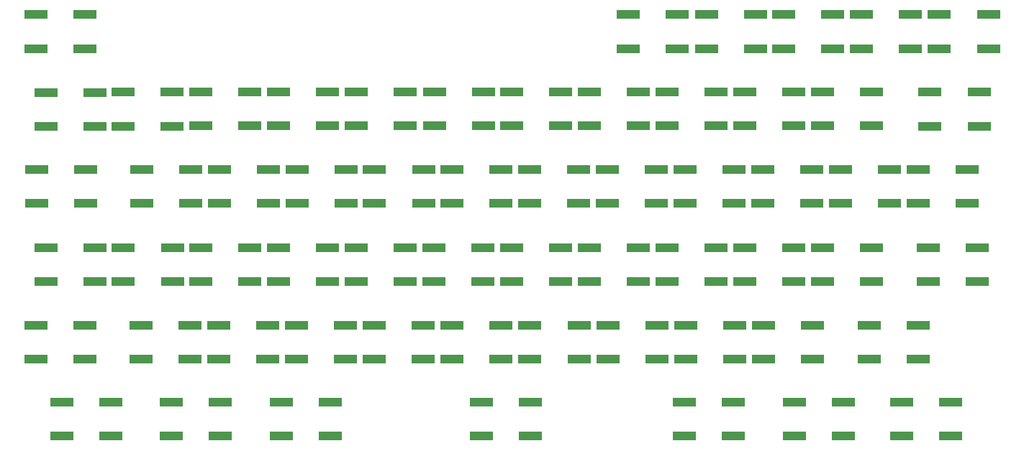
<source format=gbr>
%TF.GenerationSoftware,KiCad,Pcbnew,8.0.7*%
%TF.CreationDate,2025-01-06T21:25:14-08:00*%
%TF.ProjectId,Keyboard V1,4b657962-6f61-4726-9420-56312e6b6963,rev?*%
%TF.SameCoordinates,Original*%
%TF.FileFunction,Paste,Top*%
%TF.FilePolarity,Positive*%
%FSLAX46Y46*%
G04 Gerber Fmt 4.6, Leading zero omitted, Abs format (unit mm)*
G04 Created by KiCad (PCBNEW 8.0.7) date 2025-01-06 21:25:14*
%MOMM*%
%LPD*%
G01*
G04 APERTURE LIST*
%ADD10R,2.750000X1.000000*%
G04 APERTURE END LIST*
D10*
%TO.C,SW60*%
X215595000Y-113580000D03*
X221355000Y-113580000D03*
X215595000Y-117580000D03*
X221355000Y-117580000D03*
%TD*%
%TO.C,SW59*%
X202955000Y-113580000D03*
X208715000Y-113580000D03*
X202955000Y-117580000D03*
X208715000Y-117580000D03*
%TD*%
%TO.C,SW58*%
X190070000Y-113580000D03*
X195830000Y-113580000D03*
X190070000Y-117580000D03*
X195830000Y-117580000D03*
%TD*%
%TO.C,SW57*%
X166125000Y-113580000D03*
X171885000Y-113580000D03*
X166125000Y-117580000D03*
X171885000Y-117580000D03*
%TD*%
%TO.C,SW56*%
X142585000Y-113580000D03*
X148345000Y-113580000D03*
X142585000Y-117580000D03*
X148345000Y-117580000D03*
%TD*%
%TO.C,SW55*%
X129695000Y-113580000D03*
X135455000Y-113580000D03*
X129695000Y-117580000D03*
X135455000Y-117580000D03*
%TD*%
%TO.C,SW54*%
X116770000Y-113580000D03*
X122530000Y-113580000D03*
X116770000Y-117580000D03*
X122530000Y-117580000D03*
%TD*%
%TO.C,SW53*%
X211820000Y-104500000D03*
X217580000Y-104500000D03*
X211820000Y-108500000D03*
X217580000Y-108500000D03*
%TD*%
%TO.C,SW52*%
X199320000Y-104500000D03*
X205080000Y-104500000D03*
X199320000Y-108500000D03*
X205080000Y-108500000D03*
%TD*%
%TO.C,SW51*%
X190170000Y-104500000D03*
X195930000Y-104500000D03*
X190170000Y-108500000D03*
X195930000Y-108500000D03*
%TD*%
%TO.C,SW50*%
X181020000Y-104500000D03*
X186780000Y-104500000D03*
X181020000Y-108500000D03*
X186780000Y-108500000D03*
%TD*%
%TO.C,SW49*%
X171870000Y-104500000D03*
X177630000Y-104500000D03*
X171870000Y-108500000D03*
X177630000Y-108500000D03*
%TD*%
%TO.C,SW48*%
X162720000Y-104500000D03*
X168480000Y-104500000D03*
X162720000Y-108500000D03*
X168480000Y-108500000D03*
%TD*%
%TO.C,SW47*%
X153570000Y-104500000D03*
X159330000Y-104500000D03*
X153570000Y-108500000D03*
X159330000Y-108500000D03*
%TD*%
%TO.C,SW46*%
X144420000Y-104500000D03*
X150180000Y-104500000D03*
X144420000Y-108500000D03*
X150180000Y-108500000D03*
%TD*%
%TO.C,SW45*%
X135270000Y-104500000D03*
X141030000Y-104500000D03*
X135270000Y-108500000D03*
X141030000Y-108500000D03*
%TD*%
%TO.C,SW44*%
X126120000Y-104500000D03*
X131880000Y-104500000D03*
X126120000Y-108500000D03*
X131880000Y-108500000D03*
%TD*%
%TO.C,SW43*%
X113770000Y-104500000D03*
X119530000Y-104500000D03*
X113770000Y-108500000D03*
X119530000Y-108500000D03*
%TD*%
%TO.C,SW42*%
X218720000Y-95350000D03*
X224480000Y-95350000D03*
X218720000Y-99350000D03*
X224480000Y-99350000D03*
%TD*%
%TO.C,SW41*%
X206270000Y-95350000D03*
X212030000Y-95350000D03*
X206270000Y-99350000D03*
X212030000Y-99350000D03*
%TD*%
%TO.C,SW40*%
X197132500Y-95350000D03*
X202892500Y-95350000D03*
X197132500Y-99350000D03*
X202892500Y-99350000D03*
%TD*%
%TO.C,SW39*%
X187995000Y-95350000D03*
X193755000Y-95350000D03*
X187995000Y-99350000D03*
X193755000Y-99350000D03*
%TD*%
%TO.C,SW38*%
X178857500Y-95350000D03*
X184617500Y-95350000D03*
X178857500Y-99350000D03*
X184617500Y-99350000D03*
%TD*%
%TO.C,SW37*%
X169720000Y-95350000D03*
X175480000Y-95350000D03*
X169720000Y-99350000D03*
X175480000Y-99350000D03*
%TD*%
%TO.C,SW36*%
X160582500Y-95350000D03*
X166342500Y-95350000D03*
X160582500Y-99350000D03*
X166342500Y-99350000D03*
%TD*%
%TO.C,SW35*%
X151445000Y-95350000D03*
X157205000Y-95350000D03*
X151445000Y-99350000D03*
X157205000Y-99350000D03*
%TD*%
%TO.C,SW34*%
X142307500Y-95350000D03*
X148067500Y-95350000D03*
X142307500Y-99350000D03*
X148067500Y-99350000D03*
%TD*%
%TO.C,SW33*%
X133170000Y-95350000D03*
X138930000Y-95350000D03*
X133170000Y-99350000D03*
X138930000Y-99350000D03*
%TD*%
%TO.C,SW32*%
X124032500Y-95350000D03*
X129792500Y-95350000D03*
X124032500Y-99350000D03*
X129792500Y-99350000D03*
%TD*%
%TO.C,SW31*%
X114895000Y-95350000D03*
X120655000Y-95350000D03*
X114895000Y-99350000D03*
X120655000Y-99350000D03*
%TD*%
%TO.C,SW30*%
X217545000Y-86140000D03*
X223305000Y-86140000D03*
X217545000Y-90140000D03*
X223305000Y-90140000D03*
%TD*%
%TO.C,SW29*%
X208407500Y-86140000D03*
X214167500Y-86140000D03*
X208407500Y-90140000D03*
X214167500Y-90140000D03*
%TD*%
%TO.C,SW28*%
X199270000Y-86140000D03*
X205030000Y-86140000D03*
X199270000Y-90140000D03*
X205030000Y-90140000D03*
%TD*%
%TO.C,SW27*%
X190132500Y-86140000D03*
X195892500Y-86140000D03*
X190132500Y-90140000D03*
X195892500Y-90140000D03*
%TD*%
%TO.C,SW26*%
X180995000Y-86140000D03*
X186755000Y-86140000D03*
X180995000Y-90140000D03*
X186755000Y-90140000D03*
%TD*%
%TO.C,SW25*%
X171857500Y-86140000D03*
X177617500Y-86140000D03*
X171857500Y-90140000D03*
X177617500Y-90140000D03*
%TD*%
%TO.C,SW24*%
X162720000Y-86140000D03*
X168480000Y-86140000D03*
X162720000Y-90140000D03*
X168480000Y-90140000D03*
%TD*%
%TO.C,SW23*%
X153582500Y-86140000D03*
X159342500Y-86140000D03*
X153582500Y-90140000D03*
X159342500Y-90140000D03*
%TD*%
%TO.C,SW22*%
X144445000Y-86140000D03*
X150205000Y-86140000D03*
X144445000Y-90140000D03*
X150205000Y-90140000D03*
%TD*%
%TO.C,SW21*%
X135307500Y-86140000D03*
X141067500Y-86140000D03*
X135307500Y-90140000D03*
X141067500Y-90140000D03*
%TD*%
%TO.C,SW20*%
X126170000Y-86140000D03*
X131930000Y-86140000D03*
X126170000Y-90140000D03*
X131930000Y-90140000D03*
%TD*%
%TO.C,SW19*%
X113795000Y-86150000D03*
X119555000Y-86150000D03*
X113795000Y-90150000D03*
X119555000Y-90150000D03*
%TD*%
%TO.C,SW18*%
X218945000Y-77050000D03*
X224705000Y-77050000D03*
X218945000Y-81050000D03*
X224705000Y-81050000D03*
%TD*%
%TO.C,SW17*%
X206290000Y-77030000D03*
X212050000Y-77030000D03*
X206290000Y-81030000D03*
X212050000Y-81030000D03*
%TD*%
%TO.C,SW16*%
X197165000Y-77030000D03*
X202925000Y-77030000D03*
X197165000Y-81030000D03*
X202925000Y-81030000D03*
%TD*%
%TO.C,SW15*%
X187990000Y-77030000D03*
X193750000Y-77030000D03*
X187990000Y-81030000D03*
X193750000Y-81030000D03*
%TD*%
%TO.C,SW14*%
X178890000Y-77030000D03*
X184650000Y-77030000D03*
X178890000Y-81030000D03*
X184650000Y-81030000D03*
%TD*%
%TO.C,SW13*%
X169740000Y-77030000D03*
X175500000Y-77030000D03*
X169740000Y-81030000D03*
X175500000Y-81030000D03*
%TD*%
%TO.C,SW12*%
X160640000Y-77030000D03*
X166400000Y-77030000D03*
X160640000Y-81030000D03*
X166400000Y-81030000D03*
%TD*%
%TO.C,SW11*%
X151440000Y-77030000D03*
X157200000Y-77030000D03*
X151440000Y-81030000D03*
X157200000Y-81030000D03*
%TD*%
%TO.C,SW10*%
X142310000Y-77030000D03*
X148070000Y-77030000D03*
X142310000Y-81030000D03*
X148070000Y-81030000D03*
%TD*%
%TO.C,SW9*%
X133140000Y-77030000D03*
X138900000Y-77030000D03*
X133140000Y-81030000D03*
X138900000Y-81030000D03*
%TD*%
%TO.C,SW8*%
X124025000Y-77040000D03*
X129785000Y-77040000D03*
X124025000Y-81040000D03*
X129785000Y-81040000D03*
%TD*%
%TO.C,SW7*%
X114910000Y-77060000D03*
X120670000Y-77060000D03*
X114910000Y-81060000D03*
X120670000Y-81060000D03*
%TD*%
%TO.C,SW6*%
X220045000Y-67900000D03*
X225805000Y-67900000D03*
X220045000Y-71900000D03*
X225805000Y-71900000D03*
%TD*%
%TO.C,SW5*%
X210895000Y-67900000D03*
X216655000Y-67900000D03*
X210895000Y-71900000D03*
X216655000Y-71900000D03*
%TD*%
%TO.C,SW4*%
X201745000Y-67900000D03*
X207505000Y-67900000D03*
X201745000Y-71900000D03*
X207505000Y-71900000D03*
%TD*%
%TO.C,SW3*%
X192620000Y-67900000D03*
X198380000Y-67900000D03*
X192620000Y-71900000D03*
X198380000Y-71900000D03*
%TD*%
%TO.C,SW2*%
X183445000Y-67900000D03*
X189205000Y-67900000D03*
X183445000Y-71900000D03*
X189205000Y-71900000D03*
%TD*%
%TO.C,SW1*%
X113760000Y-67900000D03*
X119520000Y-67900000D03*
X113760000Y-71900000D03*
X119520000Y-71900000D03*
%TD*%
M02*

</source>
